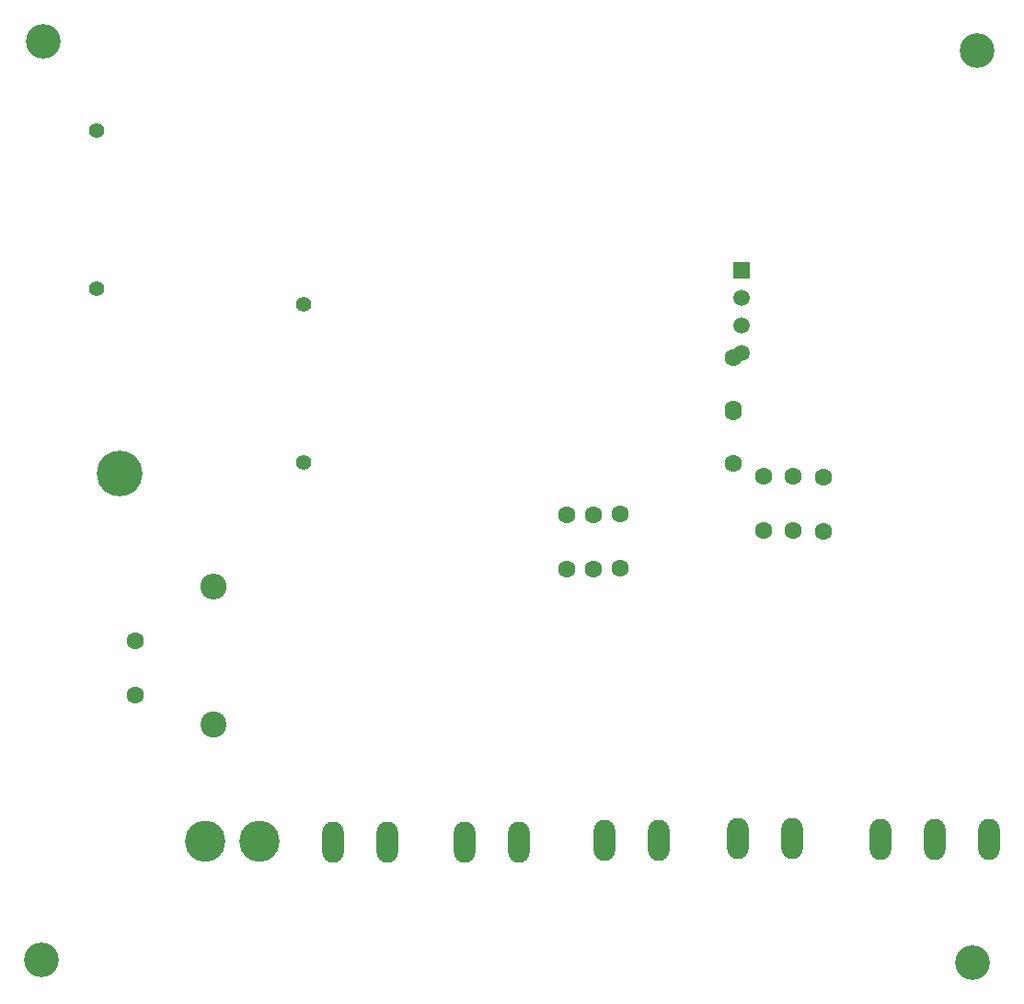
<source format=gbr>
%TF.GenerationSoftware,KiCad,Pcbnew,(5.1.9)-1*%
%TF.CreationDate,2021-09-07T19:05:13+00:00*%
%TF.ProjectId,CZTBoardV3,435a5442-6f61-4726-9456-332e6b696361,rev?*%
%TF.SameCoordinates,Original*%
%TF.FileFunction,Soldermask,Bot*%
%TF.FilePolarity,Negative*%
%FSLAX46Y46*%
G04 Gerber Fmt 4.6, Leading zero omitted, Abs format (unit mm)*
G04 Created by KiCad (PCBNEW (5.1.9)-1) date 2021-09-07 19:05:13*
%MOMM*%
%LPD*%
G01*
G04 APERTURE LIST*
%ADD10O,2.400000X2.400000*%
%ADD11C,2.400000*%
%ADD12C,1.600000*%
%ADD13C,4.203200*%
%ADD14C,1.422400*%
%ADD15C,3.200000*%
%ADD16O,1.993900X3.784600*%
%ADD17O,3.703200X3.784600*%
%ADD18C,1.500000*%
%ADD19R,1.500000X1.500000*%
G04 APERTURE END LIST*
D10*
%TO.C,R20*%
X132790000Y-119950000D03*
D11*
X132790000Y-132650000D03*
%TD*%
D12*
%TO.C,C14*%
X180570000Y-98880000D03*
X180570000Y-103880000D03*
%TD*%
%TO.C,C13*%
X180550000Y-103610000D03*
X180550000Y-108610000D03*
%TD*%
%TO.C,C12*%
X183340000Y-109860000D03*
X183340000Y-114860000D03*
%TD*%
%TO.C,C11*%
X186110000Y-109840000D03*
X186110000Y-114840000D03*
%TD*%
%TO.C,C10*%
X125590000Y-124950000D03*
X125590000Y-129950000D03*
%TD*%
%TO.C,C6*%
X188850000Y-109880000D03*
X188850000Y-114880000D03*
%TD*%
%TO.C,C4*%
X167700000Y-118360000D03*
X167700000Y-113360000D03*
%TD*%
%TO.C,C3*%
X170180000Y-118320000D03*
X170180000Y-113320000D03*
%TD*%
%TO.C,C2*%
X165280000Y-118370000D03*
X165280000Y-113370000D03*
%TD*%
D13*
%TO.C,U1*%
X124090000Y-109530000D03*
D14*
X122026400Y-92579500D03*
X122026400Y-77974500D03*
X141020000Y-108582500D03*
X141020000Y-93977500D03*
%TD*%
D15*
%TO.C,mount*%
X203030000Y-70660000D03*
%TD*%
%TO.C,mount*%
X116950000Y-154380000D03*
%TD*%
%TO.C,mount*%
X202620000Y-154620000D03*
%TD*%
%TO.C,mount*%
X117110000Y-69760000D03*
%TD*%
D16*
%TO.C,X6*%
X204090000Y-143240000D03*
X199090000Y-143240000D03*
X194090000Y-143240000D03*
%TD*%
%TO.C,X5*%
X185990000Y-143220000D03*
X180990000Y-143220000D03*
%TD*%
%TO.C,X4*%
X173690000Y-143320000D03*
X168690000Y-143320000D03*
%TD*%
%TO.C,X3*%
X160890000Y-143520000D03*
X155890000Y-143520000D03*
%TD*%
%TO.C,X2*%
X148790000Y-143520000D03*
X143790000Y-143520000D03*
%TD*%
D17*
%TO.C,X1*%
X136990000Y-143450000D03*
X131990000Y-143450000D03*
%TD*%
D18*
%TO.C,U4*%
X181350000Y-98440000D03*
X181350000Y-95900000D03*
X181350000Y-93360000D03*
D19*
X181350000Y-90820000D03*
%TD*%
M02*

</source>
